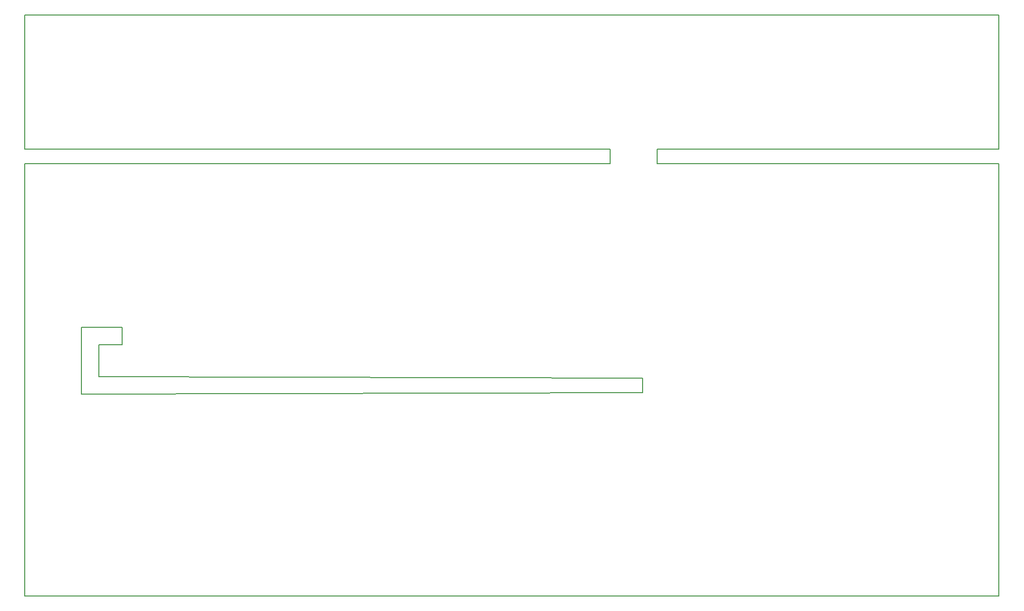
<source format=gbr>
%TF.GenerationSoftware,KiCad,Pcbnew,(5.0.0)*%
%TF.CreationDate,2018-09-13T00:54:13+01:00*%
%TF.ProjectId,AquaHub,417175614875622E6B696361645F7063,rev?*%
%TF.SameCoordinates,Original*%
%TF.FileFunction,Profile,NP*%
%FSLAX46Y46*%
G04 Gerber Fmt 4.6, Leading zero omitted, Abs format (unit mm)*
G04 Created by KiCad (PCBNEW (5.0.0)) date 09/13/18 00:54:13*
%MOMM*%
%LPD*%
G01*
G04 APERTURE LIST*
%ADD10C,0.200000*%
G04 APERTURE END LIST*
D10*
X55118000Y-106680000D02*
X48006000Y-106680000D01*
X55118000Y-109728000D02*
X55118000Y-106680000D01*
X51054000Y-109728000D02*
X55118000Y-109728000D01*
X146050000Y-115570000D02*
X146050000Y-118110000D01*
X140335000Y-78105000D02*
X140335000Y-75565000D01*
X148590000Y-75565000D02*
X148590000Y-78105000D01*
X148590000Y-78105000D02*
X208280000Y-78105000D01*
X208280000Y-75565000D02*
X148590000Y-75565000D01*
X208280000Y-52070000D02*
X208280000Y-75565000D01*
X38100000Y-52070000D02*
X208280000Y-52070000D01*
X38100000Y-75565000D02*
X38100000Y-52070000D01*
X140335000Y-75565000D02*
X38100000Y-75565000D01*
X48006000Y-118364000D02*
X48006000Y-106680000D01*
X146050000Y-118110000D02*
X48006000Y-118364000D01*
X51054000Y-115316000D02*
X146050000Y-115570000D01*
X51054000Y-109728000D02*
X51054000Y-115316000D01*
X38100000Y-153670000D02*
X208280000Y-153670000D01*
X38100000Y-78105000D02*
X38100000Y-153670000D01*
X140335000Y-78105000D02*
X38100000Y-78105000D01*
X208280000Y-78105000D02*
X208280000Y-153670000D01*
M02*

</source>
